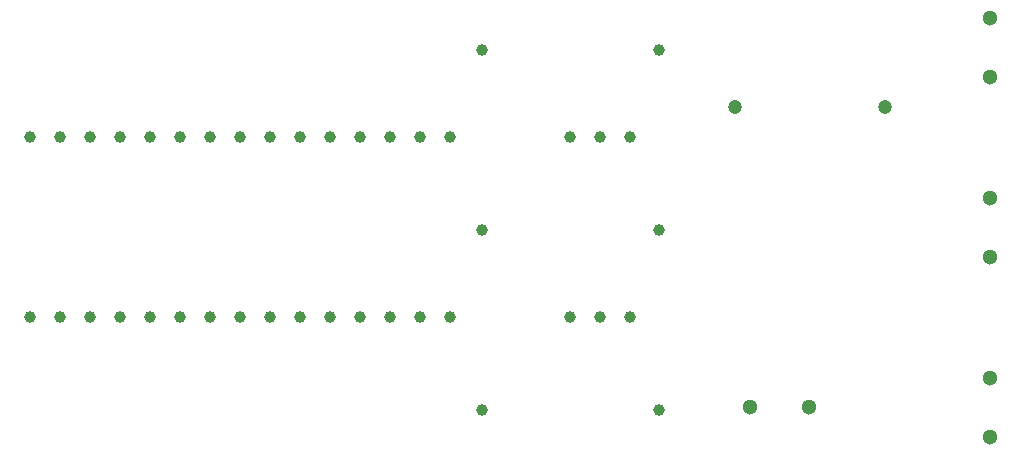
<source format=gbr>
%TF.GenerationSoftware,KiCad,Pcbnew,(6.0.1)*%
%TF.CreationDate,2022-04-25T15:26:21-04:00*%
%TF.ProjectId,Driver,44726976-6572-42e6-9b69-6361645f7063,rev?*%
%TF.SameCoordinates,Original*%
%TF.FileFunction,Plated,1,2,PTH,Drill*%
%TF.FilePolarity,Positive*%
%FSLAX46Y46*%
G04 Gerber Fmt 4.6, Leading zero omitted, Abs format (unit mm)*
G04 Created by KiCad (PCBNEW (6.0.1)) date 2022-04-25 15:26:21*
%MOMM*%
%LPD*%
G01*
G04 APERTURE LIST*
%TA.AperFunction,ComponentDrill*%
%ADD10C,1.000000*%
%TD*%
%TA.AperFunction,ComponentDrill*%
%ADD11C,1.200000*%
%TD*%
%TA.AperFunction,ComponentDrill*%
%ADD12C,1.300000*%
%TD*%
G04 APERTURE END LIST*
D10*
%TO.C,JP2*%
X83820000Y-93980000D03*
%TO.C,JP1*%
X83820000Y-109220000D03*
%TO.C,JP2*%
X86360000Y-93980000D03*
%TO.C,JP1*%
X86360000Y-109220000D03*
%TO.C,JP2*%
X88900000Y-93980000D03*
%TO.C,JP1*%
X88900000Y-109220000D03*
%TO.C,JP2*%
X91440000Y-93980000D03*
%TO.C,JP1*%
X91440000Y-109220000D03*
%TO.C,JP2*%
X93980000Y-93980000D03*
%TO.C,JP1*%
X93980000Y-109220000D03*
%TO.C,JP2*%
X96520000Y-93980000D03*
%TO.C,JP1*%
X96520000Y-109220000D03*
%TO.C,JP2*%
X99060000Y-93980000D03*
%TO.C,JP1*%
X99060000Y-109220000D03*
%TO.C,JP2*%
X101600000Y-93980000D03*
%TO.C,JP1*%
X101600000Y-109220000D03*
%TO.C,JP2*%
X104140000Y-93980000D03*
%TO.C,JP1*%
X104140000Y-109220000D03*
%TO.C,JP2*%
X106680000Y-93980000D03*
%TO.C,JP1*%
X106680000Y-109220000D03*
%TO.C,JP2*%
X109220000Y-93980000D03*
%TO.C,JP1*%
X109220000Y-109220000D03*
%TO.C,JP2*%
X111760000Y-93980000D03*
%TO.C,JP1*%
X111760000Y-109220000D03*
%TO.C,JP2*%
X114300000Y-93980000D03*
%TO.C,JP1*%
X114300000Y-109220000D03*
%TO.C,JP2*%
X116840000Y-93980000D03*
%TO.C,JP1*%
X116840000Y-109220000D03*
%TO.C,JP2*%
X119380000Y-93980000D03*
%TO.C,JP1*%
X119380000Y-109220000D03*
%TO.C,C2*%
X122040000Y-86602500D03*
%TO.C,C3*%
X122040000Y-101842500D03*
%TO.C,C1*%
X122040000Y-117082500D03*
%TO.C,Servo2*%
X129540000Y-93980000D03*
%TO.C,Servo1*%
X129540000Y-109220000D03*
%TO.C,Servo2*%
X132080000Y-93980000D03*
%TO.C,Servo1*%
X132080000Y-109220000D03*
%TO.C,Servo2*%
X134620000Y-93980000D03*
%TO.C,Servo1*%
X134620000Y-109220000D03*
%TO.C,C2*%
X137040000Y-86602500D03*
%TO.C,C3*%
X137040000Y-101842500D03*
%TO.C,C1*%
X137040000Y-117082500D03*
D11*
%TO.C,R1*%
X143510000Y-91440000D03*
X156210000Y-91440000D03*
D12*
%TO.C,VmotorIN1*%
X144780000Y-116840000D03*
X149780000Y-116840000D03*
%TO.C,MotorB1*%
X165100000Y-83900000D03*
X165100000Y-88900000D03*
%TO.C,GND1*%
X165100000Y-99140000D03*
X165100000Y-104140000D03*
%TO.C,MotorA1*%
X165100000Y-114380000D03*
X165100000Y-119380000D03*
M02*

</source>
